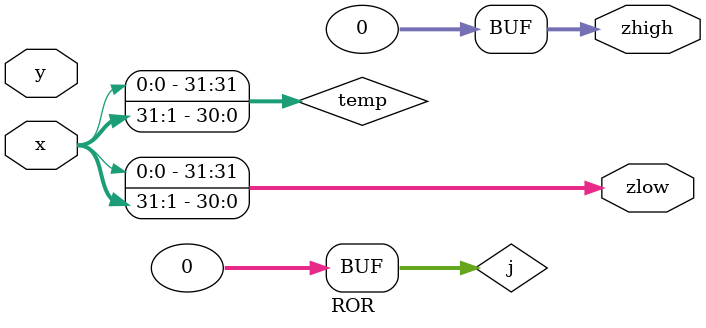
<source format=v>
`timescale 1ns/10ps
module ROR(
 input [31:0] x, y, // y is number of shifts/rotations
 output [31:0] zlow, zhigh);
 
 integer i; 
 integer j;
 reg [31:0] temp;
 
 always @* begin

	temp[31] = x[0];
	for(j=31; j>0; j=j-1)
		temp[j-1] = x[j];		
		
 end
 
 assign zlow = temp;
 assign zhigh = 0;
 
endmodule

</source>
